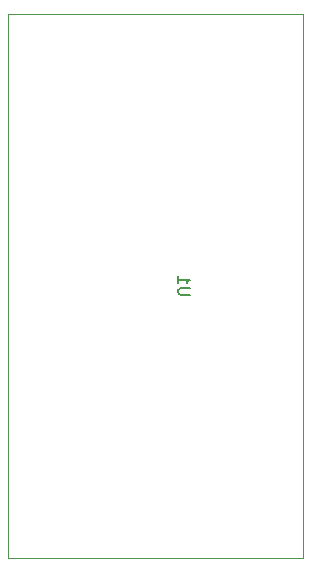
<source format=gbr>
%TF.GenerationSoftware,KiCad,Pcbnew,7.0.2-0*%
%TF.CreationDate,2024-03-04T15:55:28-05:00*%
%TF.ProjectId,Pi_HAT_V5_Simple,50695f48-4154-45f5-9635-5f53696d706c,rev?*%
%TF.SameCoordinates,Original*%
%TF.FileFunction,Legend,Bot*%
%TF.FilePolarity,Positive*%
%FSLAX46Y46*%
G04 Gerber Fmt 4.6, Leading zero omitted, Abs format (unit mm)*
G04 Created by KiCad (PCBNEW 7.0.2-0) date 2024-03-04 15:55:28*
%MOMM*%
%LPD*%
G01*
G04 APERTURE LIST*
%ADD10C,0.150000*%
%ADD11C,0.120000*%
G04 APERTURE END LIST*
D10*
%TO.C,U1*%
X134550580Y-113410904D02*
X133741057Y-113410904D01*
X133741057Y-113410904D02*
X133645819Y-113363285D01*
X133645819Y-113363285D02*
X133598200Y-113315666D01*
X133598200Y-113315666D02*
X133550580Y-113220428D01*
X133550580Y-113220428D02*
X133550580Y-113029952D01*
X133550580Y-113029952D02*
X133598200Y-112934714D01*
X133598200Y-112934714D02*
X133645819Y-112887095D01*
X133645819Y-112887095D02*
X133741057Y-112839476D01*
X133741057Y-112839476D02*
X134550580Y-112839476D01*
X133550580Y-111839476D02*
X133550580Y-112410904D01*
X133550580Y-112125190D02*
X134550580Y-112125190D01*
X134550580Y-112125190D02*
X134407723Y-112220428D01*
X134407723Y-112220428D02*
X134312485Y-112315666D01*
X134312485Y-112315666D02*
X134264866Y-112410904D01*
D11*
X144103600Y-135672600D02*
X119143600Y-135672600D01*
X119143600Y-135672600D02*
X119143600Y-89651000D01*
X119143600Y-89651000D02*
X144103600Y-89651000D01*
X144103600Y-89651000D02*
X144103600Y-135672600D01*
%TD*%
M02*

</source>
